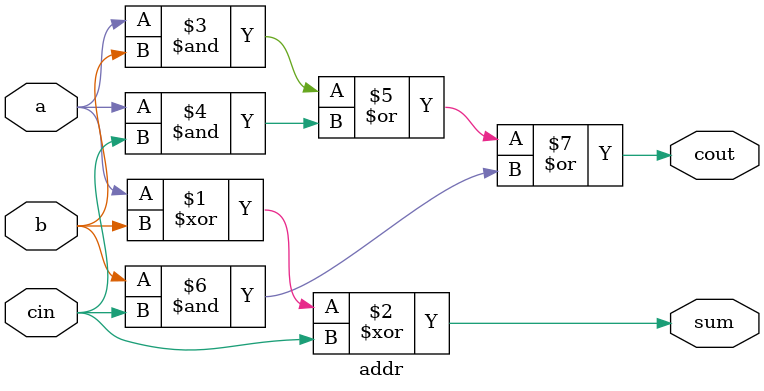
<source format=v>
module top_module( 
    input [99:0] a, b,
    input cin,
    output cout,
    output [99:0] sum );

    wire [98:0] buff_cout;
    
    addr instance_0 [99:0] (
        .a(a),
        .b(b),
        .cin( {buff_cout, cin} ),
        .cout({cout, buff_cout}),
        .sum(sum)
    );
    
endmodule

module addr( 
    input a, b, cin,
    output cout, sum );

    assign sum = a ^ b ^ cin;
    assign cout = (a&b) | (a&cin) | (b&cin);
    
endmodule

</source>
